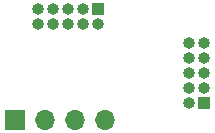
<source format=gbr>
%TF.GenerationSoftware,KiCad,Pcbnew,6.0.7-f9a2dced07~116~ubuntu20.04.1*%
%TF.CreationDate,2022-09-24T19:22:11+02:00*%
%TF.ProjectId,SRRReceiverProgrammerAdaptorBoard,53525252-6563-4656-9976-657250726f67,rev?*%
%TF.SameCoordinates,Original*%
%TF.FileFunction,Soldermask,Bot*%
%TF.FilePolarity,Negative*%
%FSLAX46Y46*%
G04 Gerber Fmt 4.6, Leading zero omitted, Abs format (unit mm)*
G04 Created by KiCad (PCBNEW 6.0.7-f9a2dced07~116~ubuntu20.04.1) date 2022-09-24 19:22:11*
%MOMM*%
%LPD*%
G01*
G04 APERTURE LIST*
%ADD10R,1.700000X1.700000*%
%ADD11O,1.700000X1.700000*%
%ADD12R,1.000000X1.000000*%
%ADD13O,1.000000X1.000000*%
G04 APERTURE END LIST*
D10*
%TO.C,J5*%
X125000000Y-96400000D03*
D11*
X127540000Y-96400000D03*
X130080000Y-96400000D03*
X132620000Y-96400000D03*
%TD*%
D12*
%TO.C,J3*%
X141000000Y-95000000D03*
D13*
X139730000Y-95000000D03*
X141000000Y-93730000D03*
X139730000Y-93730000D03*
X141000000Y-92460000D03*
X139730000Y-92460000D03*
X141000000Y-91190000D03*
X139730000Y-91190000D03*
X141000000Y-89920000D03*
X139730000Y-89920000D03*
%TD*%
D12*
%TO.C,J2*%
X132000000Y-87000000D03*
D13*
X132000000Y-88270000D03*
X130730000Y-87000000D03*
X130730000Y-88270000D03*
X129460000Y-87000000D03*
X129460000Y-88270000D03*
X128190000Y-87000000D03*
X128190000Y-88270000D03*
X126920000Y-87000000D03*
X126920000Y-88270000D03*
%TD*%
M02*

</source>
